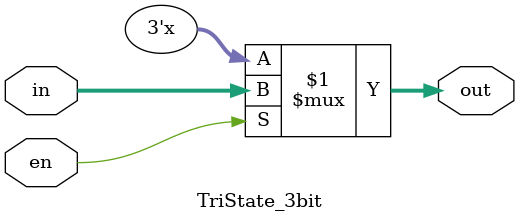
<source format=v>
module TriState_3bit(in, en, out);
input [2:0]in;
input en;
output [2:0]out;

	assign out = en ? in : 3'bz;

endmodule
</source>
